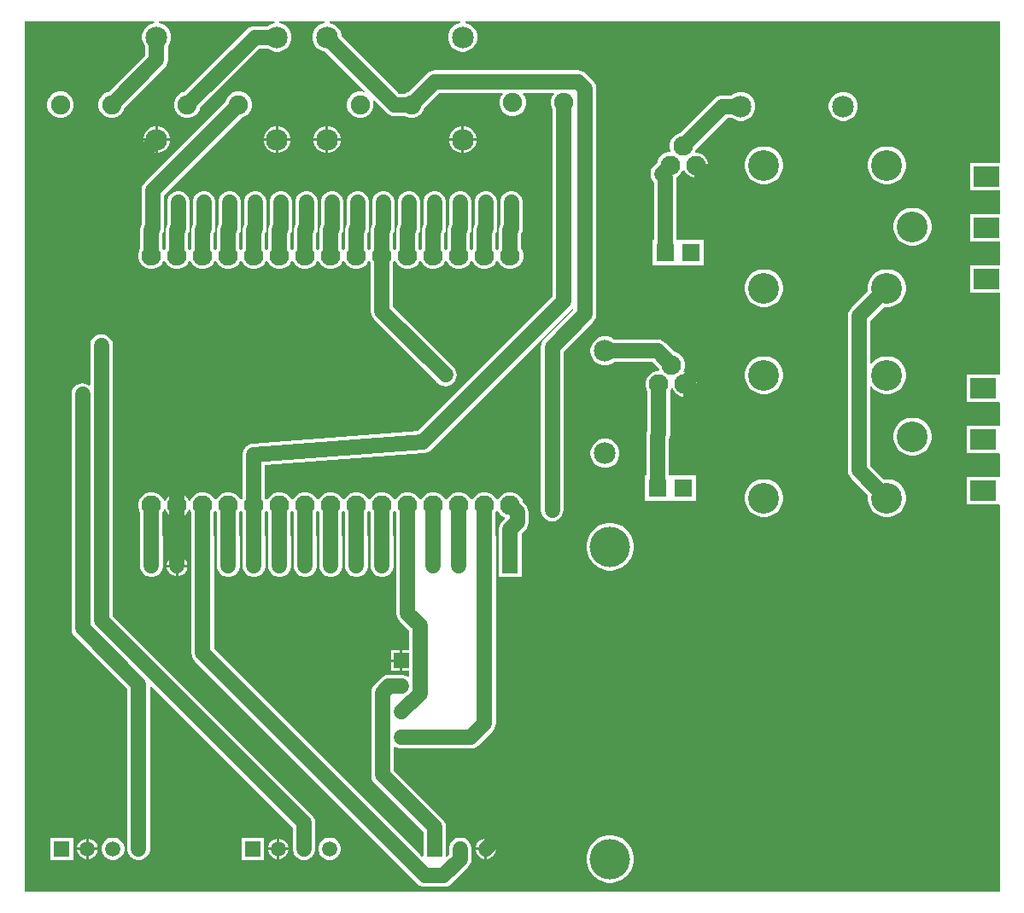
<source format=gtl>
G04*
G04 #@! TF.GenerationSoftware,Altium Limited,Altium Designer,23.6.0 (18)*
G04*
G04 Layer_Physical_Order=1*
G04 Layer_Color=255*
%FSTAX25Y25*%
%MOIN*%
G70*
G04*
G04 #@! TF.SameCoordinates,9BEE5B86-6B9F-4FCF-B317-2D1E74663753*
G04*
G04*
G04 #@! TF.FilePolarity,Positive*
G04*
G01*
G75*
%ADD25C,0.05906*%
%ADD26C,0.15748*%
%ADD27C,0.07500*%
%ADD28C,0.08500*%
%ADD29C,0.07600*%
%ADD30C,0.05984*%
%ADD31R,0.05984X0.05984*%
%ADD32R,0.09843X0.07874*%
%ADD33C,0.12000*%
%ADD34R,0.07087X0.07087*%
%ADD35R,0.05984X0.05984*%
%ADD36C,0.05000*%
G36*
X0432105Y0378785D02*
X0420681D01*
Y0368115D01*
X0432105D01*
Y0358835D01*
X0420681D01*
Y0348165D01*
X0432105D01*
Y0338835D01*
X0420681D01*
Y0328165D01*
X0432105D01*
Y0296666D01*
X0431819Y0296285D01*
X0431605Y0296285D01*
X0419181D01*
Y0285615D01*
X0431605D01*
X0431819Y0285615D01*
X0432105Y0285234D01*
Y0276716D01*
X0431819Y0276335D01*
X0431605Y0276335D01*
X0419181D01*
Y0265665D01*
X0431605D01*
X0431819Y0265665D01*
X0432105Y0265284D01*
Y0256716D01*
X0431819Y0256335D01*
X0431605Y0256335D01*
X0419181D01*
Y0245665D01*
X0431605D01*
X0431819Y0245665D01*
X0432105Y0245284D01*
Y0094395D01*
X0051395D01*
Y0434105D01*
X0102032D01*
X0102098Y0433605D01*
X0100821Y0433263D01*
X0099533Y0432519D01*
X0098482Y0431468D01*
X0097738Y043018D01*
X0097353Y0428744D01*
Y0427256D01*
X0097738Y042582D01*
X0098482Y0424532D01*
X0098613Y0424401D01*
Y0420943D01*
X0084303Y0406633D01*
X0083513Y0406421D01*
X0082339Y0405744D01*
X0081381Y0404785D01*
X0080703Y0403611D01*
X0080352Y0402302D01*
Y0400947D01*
X0080703Y0399638D01*
X0081381Y0398464D01*
X0082339Y0397505D01*
X0083513Y0396828D01*
X0084822Y0396477D01*
X0086178D01*
X0087487Y0396828D01*
X0088661Y0397505D01*
X0089619Y0398464D01*
X0090297Y0399638D01*
X0090509Y0400427D01*
X0106104Y0416023D01*
X0106104Y0416023D01*
X0106801Y0416931D01*
X0107239Y041799D01*
X0107389Y0419125D01*
X0107389Y0419126D01*
Y0424401D01*
X010752Y0424532D01*
X0108264Y042582D01*
X0108649Y0427256D01*
Y0428744D01*
X0108264Y043018D01*
X010752Y0431468D01*
X0106469Y0432519D01*
X0105181Y0433263D01*
X0103904Y0433605D01*
X010397Y0434105D01*
X0149031D01*
X0149097Y0433605D01*
X014782Y0433263D01*
X0146532Y0432519D01*
X0146401Y0432388D01*
X0141376D01*
X0141376Y0432388D01*
X014024Y0432238D01*
X0139182Y04318D01*
X0138273Y0431103D01*
X0138273Y0431103D01*
X0113803Y0406633D01*
X0113013Y0406421D01*
X0111839Y0405744D01*
X0110881Y0404785D01*
X0110203Y0403611D01*
X0109852Y0402302D01*
Y0400947D01*
X0110203Y0399638D01*
X0110881Y0398464D01*
X0111839Y0397505D01*
X0113013Y0396828D01*
X0114322Y0396477D01*
X0115678D01*
X0116987Y0396828D01*
X0118161Y0397505D01*
X0119119Y0398464D01*
X0119797Y0399638D01*
X0120009Y0400427D01*
X0143193Y0423612D01*
X0146401D01*
X0146532Y0423481D01*
X014782Y0422737D01*
X0149257Y0422352D01*
X0150743D01*
X015218Y0422737D01*
X0153468Y0423481D01*
X0154519Y0424532D01*
X0155263Y042582D01*
X0155648Y0427256D01*
Y0428744D01*
X0155263Y043018D01*
X0154519Y0431468D01*
X0153468Y0432519D01*
X015218Y0433263D01*
X0150903Y0433605D01*
X0150969Y0434105D01*
X0168532D01*
X0168598Y0433605D01*
X0167321Y0433263D01*
X0166033Y0432519D01*
X0164982Y0431468D01*
X0164238Y043018D01*
X0163853Y0428744D01*
Y0427256D01*
X0164238Y042582D01*
X0164982Y0424532D01*
X0166033Y0423481D01*
X0167321Y0422737D01*
X0168757Y0422352D01*
X0168943D01*
X0184309Y0406987D01*
X018405Y0406538D01*
X0183178Y0406772D01*
X0181822D01*
X0180513Y0406421D01*
X0179339Y0405744D01*
X0178381Y0404785D01*
X0177703Y0403611D01*
X0177352Y0402302D01*
Y0400947D01*
X0177703Y0399638D01*
X0178381Y0398464D01*
X0179339Y0397505D01*
X0180513Y0396828D01*
X0181822Y0396477D01*
X0183178D01*
X0184487Y0396828D01*
X0185661Y0397505D01*
X0186619Y0398464D01*
X0187297Y0399638D01*
X0187648Y0400947D01*
Y0402302D01*
X0187414Y0403174D01*
X0187862Y0403433D01*
X0192774Y0398522D01*
X0192774Y0398522D01*
X0193683Y0397824D01*
X0194741Y0397386D01*
X0195877Y0397236D01*
X0195877Y0397236D01*
X0199805D01*
X0200513Y0396828D01*
X0201822Y0396477D01*
X0203178D01*
X0204487Y0396828D01*
X0205661Y0397505D01*
X0206619Y0398464D01*
X0207297Y0399638D01*
X0207508Y0400427D01*
X0213393Y0406312D01*
X0237879D01*
X023807Y040585D01*
X0237881Y0405661D01*
X0237203Y0404487D01*
X0236852Y0403178D01*
Y0401822D01*
X0237203Y0400513D01*
X0237881Y0399339D01*
X0238839Y0398381D01*
X0240013Y0397703D01*
X0241322Y0397352D01*
X0242678D01*
X0243987Y0397703D01*
X0245161Y0398381D01*
X0246119Y0399339D01*
X0246797Y0400513D01*
X0247148Y0401822D01*
Y0403178D01*
X0246797Y0404487D01*
X0246119Y0405661D01*
X024593Y040585D01*
X0246121Y0406312D01*
X0257879D01*
X025807Y040585D01*
X0257881Y0405661D01*
X0257203Y0404487D01*
X0256852Y0403178D01*
Y0401822D01*
X0257203Y0400513D01*
X0257612Y0399805D01*
Y0326817D01*
X0205047Y0274253D01*
X0140629Y0269375D01*
X014023Y0269292D01*
X0139825Y0269238D01*
X0139671Y0269175D01*
X0139508Y0269141D01*
X0139144Y0268956D01*
X0138767Y02688D01*
X0138635Y0268699D01*
X0138486Y0268624D01*
X0138182Y0268351D01*
X0137858Y0268103D01*
X0137757Y0267971D01*
X0137633Y026786D01*
X0137409Y0267518D01*
X0137161Y0267194D01*
X0137097Y026704D01*
X0137006Y0266901D01*
X0136878Y0266513D01*
X0136722Y0266136D01*
X01367Y0265971D01*
X0136649Y0265812D01*
X0136626Y0265405D01*
X0136573Y0265D01*
Y0247988D01*
X0136242Y0247415D01*
X013568D01*
X013512Y0248384D01*
X0134152Y0249352D01*
X0132967Y0250036D01*
X0131645Y0250391D01*
X0130276D01*
X0128954Y0250036D01*
X0127769Y0249352D01*
X0126801Y0248384D01*
X0126242Y0247415D01*
X012568D01*
X012512Y0248384D01*
X0124152Y0249352D01*
X0122967Y0250036D01*
X0121645Y0250391D01*
X0120276D01*
X0118954Y0250036D01*
X0117769Y0249352D01*
X0116801Y0248384D01*
X0116117Y0247199D01*
X0116014Y0246813D01*
X0115496D01*
X0115434Y0247046D01*
X0114802Y024814D01*
X0113908Y0249034D01*
X0112813Y0249666D01*
X0111592Y0249993D01*
X0111461D01*
Y0245193D01*
Y0240393D01*
X0111592D01*
X0112813Y024072D01*
X0113908Y0241352D01*
X0114802Y0242246D01*
X0115434Y024334D01*
X0115496Y0243573D01*
X0116014D01*
X0116117Y0243187D01*
X0116573Y0242398D01*
Y023334D01*
X0116573Y0233339D01*
X0116612Y023304D01*
Y0222085D01*
X011661Y0222078D01*
Y0220922D01*
X0116612Y0220915D01*
Y01874D01*
X0116612Y01874D01*
X0116762Y0186264D01*
X01172Y0185206D01*
X0117897Y0184297D01*
X0204797Y0097397D01*
X0204797Y0097397D01*
X0205706Y00967D01*
X0206764Y0096262D01*
X02079Y0096112D01*
X02079Y0096112D01*
X0215D01*
X0215Y0096112D01*
X0216136Y0096262D01*
X0217194Y00967D01*
X0218103Y0097397D01*
X0224603Y0103897D01*
X0224603Y0103897D01*
X02253Y0104806D01*
X0225738Y0105864D01*
X0225888Y0107D01*
X0225888Y0107D01*
Y0110415D01*
X022589Y0110422D01*
Y0111578D01*
X0225591Y0112694D01*
X0225013Y0113695D01*
X0224195Y0114513D01*
X0223194Y0115091D01*
X0222078Y011539D01*
X0220922D01*
X0219806Y0115091D01*
X0218805Y0114513D01*
X0217987Y0113695D01*
X0217409Y0112694D01*
X021711Y0111578D01*
Y0110422D01*
X0217112Y0110415D01*
Y0108818D01*
X0216352Y0108057D01*
X021589Y0108248D01*
Y011539D01*
X0215888D01*
Y0119417D01*
X0215888Y0119417D01*
X0215738Y0120553D01*
X02153Y0121611D01*
X0214603Y012252D01*
X0214603Y012252D01*
X0195488Y0141635D01*
Y0150641D01*
X0195988Y0150882D01*
X0196806Y0150409D01*
X0197922Y015011D01*
X0199078D01*
X0199085Y0150112D01*
X02255D01*
X02255Y0150112D01*
X0226636Y0150262D01*
X0227694Y01507D01*
X0228603Y0151397D01*
X0234103Y0156897D01*
X0234103Y0156897D01*
X02348Y0157806D01*
X0235238Y0158864D01*
X0235388Y016D01*
Y0220915D01*
X023539Y0220922D01*
Y0222078D01*
X0235388Y0222085D01*
Y02333D01*
X0235388Y02333D01*
X0235349Y0233599D01*
Y0242398D01*
X023568Y0242971D01*
X0236242D01*
X0236802Y0242002D01*
X0237769Y0241034D01*
X0238783Y0240449D01*
X0238928Y0239887D01*
X0237897Y0238856D01*
X02372Y0237948D01*
X0236762Y0236889D01*
X0236612Y0235754D01*
X0236612Y0235753D01*
Y022589D01*
X023661D01*
Y021711D01*
X024539D01*
Y022589D01*
X0245388D01*
Y0233936D01*
X0246853Y0235401D01*
X0246853Y0235401D01*
X024755Y023631D01*
X0247988Y0237368D01*
X0248138Y0238504D01*
X0248138Y0238504D01*
Y0242404D01*
X0248138Y0242404D01*
X0247988Y0243539D01*
X024755Y0244598D01*
X0246853Y0245506D01*
X0246853Y0245506D01*
X024604Y0246319D01*
X0245804Y0247199D01*
X024512Y0248384D01*
X0244152Y0249352D01*
X0242967Y0250036D01*
X0241645Y0250391D01*
X0240276D01*
X0238954Y0250036D01*
X0237769Y0249352D01*
X0236802Y0248384D01*
X0236242Y0247415D01*
X023568D01*
X023512Y0248384D01*
X0234152Y0249352D01*
X0232967Y0250036D01*
X0231645Y0250391D01*
X0230276D01*
X0228954Y0250036D01*
X0227769Y0249352D01*
X0226801Y0248384D01*
X0226242Y0247415D01*
X022568D01*
X022512Y0248384D01*
X0224152Y0249352D01*
X0222967Y0250036D01*
X0221645Y0250391D01*
X0220276D01*
X0218954Y0250036D01*
X0217769Y0249352D01*
X0216802Y0248384D01*
X0216242Y0247415D01*
X021568D01*
X021512Y0248384D01*
X0214152Y0249352D01*
X0212967Y0250036D01*
X0211645Y0250391D01*
X0210276D01*
X0208954Y0250036D01*
X0207769Y0249352D01*
X0206802Y0248384D01*
X0206242Y0247415D01*
X020568D01*
X020512Y0248384D01*
X0204152Y0249352D01*
X0202967Y0250036D01*
X0201645Y0250391D01*
X0200276D01*
X0198954Y0250036D01*
X0197769Y0249352D01*
X0196801Y0248384D01*
X0196242Y0247415D01*
X019568D01*
X019512Y0248384D01*
X0194152Y0249352D01*
X0192967Y0250036D01*
X0191645Y0250391D01*
X0190276D01*
X0188954Y0250036D01*
X0187769Y0249352D01*
X0186801Y0248384D01*
X0186242Y0247415D01*
X018568D01*
X018512Y0248384D01*
X0184152Y0249352D01*
X0182967Y0250036D01*
X0181645Y0250391D01*
X0180276D01*
X0178954Y0250036D01*
X0177769Y0249352D01*
X0176801Y0248384D01*
X0176242Y0247415D01*
X017568D01*
X017512Y0248384D01*
X0174152Y0249352D01*
X0172967Y0250036D01*
X0171645Y0250391D01*
X0170276D01*
X0168954Y0250036D01*
X0167769Y0249352D01*
X0166801Y0248384D01*
X0166242Y0247415D01*
X016568D01*
X016512Y0248384D01*
X0164152Y0249352D01*
X0162967Y0250036D01*
X0161645Y0250391D01*
X0160276D01*
X0158954Y0250036D01*
X0157769Y0249352D01*
X0156801Y0248384D01*
X0156242Y0247415D01*
X015568D01*
X015512Y0248384D01*
X0154152Y0249352D01*
X0152967Y0250036D01*
X0151645Y0250391D01*
X0150276D01*
X0148954Y0250036D01*
X0147769Y0249352D01*
X0146801Y0248384D01*
X0146242Y0247415D01*
X014568D01*
X0145349Y0247988D01*
Y0260932D01*
X0207331Y0265625D01*
X0207731Y0265708D01*
X0208136Y0265762D01*
X020829Y0265825D01*
X0208452Y0265859D01*
X0208817Y0266044D01*
X0209194Y02662D01*
X0209326Y0266301D01*
X0209475Y0266376D01*
X0209779Y0266649D01*
X0210103Y0266897D01*
X0265103Y0321897D01*
X0265103Y0321897D01*
X0265162Y0321975D01*
X0265686Y0321836D01*
X0265726Y0321532D01*
X0254297Y0310103D01*
X02536Y0309194D01*
X0253162Y0308136D01*
X0253012Y0307D01*
X0253012Y0307D01*
Y02433D01*
X0253162Y0242164D01*
X02536Y0241106D01*
X0254297Y0240197D01*
X0255206Y02395D01*
X0256264Y0239062D01*
X02574Y0238912D01*
X0258536Y0239062D01*
X0259594Y02395D01*
X0260503Y0240197D01*
X02612Y0241106D01*
X0261638Y0242164D01*
X0261788Y02433D01*
Y0305183D01*
X0273303Y0316697D01*
X0273303Y0316697D01*
X0274Y0317606D01*
X0274438Y0318664D01*
X0274588Y03198D01*
Y0408D01*
X0274588Y0408D01*
X0274438Y0409136D01*
X0274Y0410194D01*
X0273303Y0411103D01*
X0273303Y0411103D01*
X0270603Y0413803D01*
X0269694Y04145D01*
X0268636Y0414938D01*
X02675Y0415088D01*
X02675Y0415088D01*
X0211576D01*
X0211576Y0415088D01*
X021044Y0414938D01*
X0209382Y04145D01*
X0208473Y0413803D01*
X0208473Y0413803D01*
X0201303Y0406633D01*
X0200513Y0406421D01*
X0199805Y0406012D01*
X0197694D01*
X0175149Y0428558D01*
Y0428744D01*
X0174764Y043018D01*
X017402Y0431468D01*
X0172969Y0432519D01*
X0171681Y0433263D01*
X0170404Y0433605D01*
X017047Y0434105D01*
X0221531D01*
X0221597Y0433605D01*
X022032Y0433263D01*
X0219032Y0432519D01*
X0217981Y0431468D01*
X0217237Y043018D01*
X0216852Y0428744D01*
Y0427256D01*
X0217237Y042582D01*
X0217981Y0424532D01*
X0219032Y0423481D01*
X022032Y0422737D01*
X0221757Y0422352D01*
X0223243D01*
X022468Y0422737D01*
X0225968Y0423481D01*
X0227019Y0424532D01*
X0227763Y042582D01*
X0228148Y0427256D01*
Y0428744D01*
X0227763Y043018D01*
X0227019Y0431468D01*
X0225968Y0432519D01*
X022468Y0433263D01*
X0223403Y0433605D01*
X0223469Y0434105D01*
X0432105D01*
Y0378785D01*
D02*
G37*
G36*
X0186573Y0242398D02*
Y023334D01*
X0186573Y0233339D01*
X0186612Y023304D01*
Y0222085D01*
X018661Y0222078D01*
Y0220922D01*
X0186909Y0219806D01*
X0187487Y0218805D01*
X0188305Y0217987D01*
X0189306Y0217409D01*
X0190422Y021711D01*
X0191578D01*
X0192694Y0217409D01*
X0193695Y0217987D01*
X0194513Y0218805D01*
X0195091Y0219806D01*
X019539Y0220922D01*
Y0222078D01*
X0195388Y0222085D01*
Y02333D01*
X0195388Y02333D01*
X0195349Y0233599D01*
Y0242398D01*
X019568Y0242971D01*
X0196242D01*
X0196573Y0242398D01*
Y023334D01*
X0196573Y0233339D01*
X0196612Y023304D01*
Y0222085D01*
X019661Y0222078D01*
Y0220922D01*
X0196612Y0220915D01*
Y0203D01*
X0196612Y0203D01*
X0196762Y0201864D01*
X01972Y0200806D01*
X0197897Y0199897D01*
X0201512Y0196282D01*
Y0188492D01*
X0199D01*
Y01845D01*
Y0180508D01*
X0201512D01*
Y0178359D01*
X0201012Y0178119D01*
X0200194Y0178591D01*
X0199078Y017889D01*
X0197922D01*
X0197915Y0178888D01*
X01937D01*
X01937Y0178888D01*
X0192564Y0178738D01*
X0191506Y01783D01*
X0190597Y0177603D01*
X0190597Y0177603D01*
X0187997Y0175003D01*
X01873Y0174094D01*
X0186862Y0173036D01*
X0186712Y01719D01*
X0186712Y01719D01*
Y0139817D01*
X0186712Y0139817D01*
X0186862Y0138681D01*
X01873Y0137623D01*
X0187997Y0136714D01*
X0207112Y0117599D01*
Y011539D01*
X020711D01*
Y0108149D01*
X0206648Y0107957D01*
X0125388Y0189218D01*
Y0220915D01*
X012539Y0220922D01*
Y0222078D01*
X0125388Y0222085D01*
Y02333D01*
X0125388Y02333D01*
X0125348Y0233599D01*
Y0242398D01*
X012568Y0242971D01*
X0126242D01*
X0126573Y0242398D01*
Y023334D01*
X0126573Y0233339D01*
X0126612Y023304D01*
Y0222085D01*
X012661Y0222078D01*
Y0220922D01*
X0126909Y0219806D01*
X0127487Y0218805D01*
X0128305Y0217987D01*
X0129306Y0217409D01*
X0130422Y021711D01*
X0131578D01*
X0132694Y0217409D01*
X0133695Y0217987D01*
X0134513Y0218805D01*
X0135091Y0219806D01*
X013539Y0220922D01*
Y0222078D01*
X0135388Y0222085D01*
Y02333D01*
X0135388Y02333D01*
X0135348Y0233599D01*
Y0242398D01*
X013568Y0242971D01*
X0136242D01*
X0136573Y0242398D01*
Y023334D01*
X0136573Y0233339D01*
X0136612Y023304D01*
Y0222085D01*
X013661Y0222078D01*
Y0220922D01*
X0136909Y0219806D01*
X0137487Y0218805D01*
X0138305Y0217987D01*
X0139306Y0217409D01*
X0140422Y021711D01*
X0141578D01*
X0142694Y0217409D01*
X0143695Y0217987D01*
X0144513Y0218805D01*
X0145091Y0219806D01*
X014539Y0220922D01*
Y0222078D01*
X0145388Y0222085D01*
Y02333D01*
X0145388Y02333D01*
X0145349Y0233599D01*
Y0242398D01*
X014568Y0242971D01*
X0146242D01*
X0146573Y0242398D01*
Y023334D01*
X0146573Y0233339D01*
X0146612Y023304D01*
Y0222085D01*
X014661Y0222078D01*
Y0220922D01*
X0146909Y0219806D01*
X0147487Y0218805D01*
X0148305Y0217987D01*
X0149306Y0217409D01*
X0150422Y021711D01*
X0151578D01*
X0152694Y0217409D01*
X0153695Y0217987D01*
X0154513Y0218805D01*
X0155091Y0219806D01*
X015539Y0220922D01*
Y0222078D01*
X0155388Y0222085D01*
Y02333D01*
X0155388Y02333D01*
X0155349Y0233599D01*
Y0242398D01*
X015568Y0242971D01*
X0156242D01*
X0156573Y0242398D01*
Y023334D01*
X0156573Y0233339D01*
X0156612Y023304D01*
Y0222085D01*
X015661Y0222078D01*
Y0220922D01*
X0156909Y0219806D01*
X0157487Y0218805D01*
X0158305Y0217987D01*
X0159306Y0217409D01*
X0160422Y021711D01*
X0161578D01*
X0162694Y0217409D01*
X0163695Y0217987D01*
X0164513Y0218805D01*
X0165091Y0219806D01*
X016539Y0220922D01*
Y0222078D01*
X0165388Y0222085D01*
Y02333D01*
X0165388Y02333D01*
X0165348Y0233599D01*
Y0242398D01*
X016568Y0242971D01*
X0166242D01*
X0166573Y0242398D01*
Y023334D01*
X0166573Y0233339D01*
X0166612Y023304D01*
Y0222085D01*
X016661Y0222078D01*
Y0220922D01*
X0166909Y0219806D01*
X0167487Y0218805D01*
X0168305Y0217987D01*
X0169306Y0217409D01*
X0170422Y021711D01*
X0171578D01*
X0172694Y0217409D01*
X0173695Y0217987D01*
X0174513Y0218805D01*
X0175091Y0219806D01*
X017539Y0220922D01*
Y0222078D01*
X0175388Y0222085D01*
Y02333D01*
X0175388Y02333D01*
X0175348Y0233599D01*
Y0242398D01*
X017568Y0242971D01*
X0176242D01*
X0176573Y0242398D01*
Y023334D01*
X0176573Y0233339D01*
X0176612Y023304D01*
Y0222085D01*
X017661Y0222078D01*
Y0220922D01*
X0176909Y0219806D01*
X0177487Y0218805D01*
X0178305Y0217987D01*
X0179306Y0217409D01*
X0180422Y021711D01*
X0181578D01*
X0182694Y0217409D01*
X0183695Y0217987D01*
X0184513Y0218805D01*
X0185091Y0219806D01*
X018539Y0220922D01*
Y0222078D01*
X0185388Y0222085D01*
Y02333D01*
X0185388Y02333D01*
X0185348Y0233599D01*
Y0242398D01*
X018568Y0242971D01*
X0186242D01*
X0186573Y0242398D01*
D02*
G37*
%LPC*%
G36*
X0331744Y0406648D02*
X0330257D01*
X032882Y0406263D01*
X0327532Y0405519D01*
X0327401Y0405388D01*
X0324D01*
X0324Y0405388D01*
X0322864Y0405238D01*
X0321806Y04048D01*
X0320897Y0404103D01*
X0320897Y0404103D01*
X0307374Y0390579D01*
X0306494Y0390343D01*
X0305309Y0389659D01*
X0304341Y0388691D01*
X0303657Y0387506D01*
X0303302Y0386184D01*
Y0384816D01*
X0303602Y0383698D01*
X0303302Y0383198D01*
X0302816D01*
X0301494Y0382843D01*
X0300309Y0382159D01*
X0299341Y0381191D01*
X0298657Y0380006D01*
X0298421Y0379126D01*
X0296997Y0377703D01*
X02963Y0376794D01*
X0295862Y0375736D01*
X0295712Y03746D01*
X0295862Y0373464D01*
X02963Y0372406D01*
X0296997Y0371497D01*
X0297112Y0371382D01*
Y0348941D01*
X0296559D01*
Y0339059D01*
X0306059D01*
X0306441Y0339059D01*
X0306941Y0339059D01*
X0316441D01*
Y0348941D01*
X0306941D01*
X0306559Y0348941D01*
X0306241D01*
X0305888Y0349294D01*
Y03732D01*
X0305888Y03732D01*
X0305866Y0373364D01*
X0306691Y0373841D01*
X0307659Y0374809D01*
X0308343Y0375994D01*
X0308447Y037638D01*
X0308965D01*
X0309027Y0376147D01*
X0309659Y0375053D01*
X0310553Y0374159D01*
X0311647Y0373527D01*
X0312868Y03732D01*
X0313D01*
Y0378D01*
X03135D01*
Y03785D01*
X03183D01*
Y0378632D01*
X0317973Y0379853D01*
X0317341Y0380947D01*
X0316447Y0381841D01*
X0315353Y0382473D01*
X0314132Y03828D01*
X0313443D01*
X0313193Y0383233D01*
X0313343Y0383494D01*
X0313579Y0384374D01*
X0325817Y0396612D01*
X0327401D01*
X0327532Y0396481D01*
X032882Y0395737D01*
X0330257Y0395352D01*
X0331744D01*
X033318Y0395737D01*
X0334468Y0396481D01*
X0335519Y0397532D01*
X0336263Y039882D01*
X0336648Y0400256D01*
Y0401744D01*
X0336263Y040318D01*
X0335519Y0404468D01*
X0334468Y0405519D01*
X033318Y0406263D01*
X0331744Y0406648D01*
D02*
G37*
G36*
X0066178Y0406772D02*
X0064822D01*
X0063513Y0406421D01*
X0062339Y0405744D01*
X0061381Y0404785D01*
X0060703Y0403611D01*
X0060352Y0402302D01*
Y0400947D01*
X0060703Y0399638D01*
X0061381Y0398464D01*
X0062339Y0397505D01*
X0063513Y0396828D01*
X0064822Y0396477D01*
X0066178D01*
X0067487Y0396828D01*
X0068661Y0397505D01*
X0069619Y0398464D01*
X0070297Y0399638D01*
X0070648Y0400947D01*
Y0402302D01*
X0070297Y0403611D01*
X0069619Y0404785D01*
X0068661Y0405744D01*
X0067487Y0406421D01*
X0066178Y0406772D01*
D02*
G37*
G36*
X0371743Y0406648D02*
X0370256D01*
X036882Y0406263D01*
X0367532Y0405519D01*
X0366481Y0404468D01*
X0365737Y040318D01*
X0365352Y0401744D01*
Y0400256D01*
X0365737Y039882D01*
X0366481Y0397532D01*
X0367532Y0396481D01*
X036882Y0395737D01*
X0370256Y0395352D01*
X0371743D01*
X037318Y0395737D01*
X0374468Y0396481D01*
X0375519Y0397532D01*
X0376263Y039882D01*
X0376648Y0400256D01*
Y0401744D01*
X0376263Y040318D01*
X0375519Y0404468D01*
X0374468Y0405519D01*
X037318Y0406263D01*
X0371743Y0406648D01*
D02*
G37*
G36*
X0223191Y039325D02*
X0223D01*
Y03885D01*
X022775D01*
Y0388691D01*
X0227392Y0390026D01*
X0226701Y0391224D01*
X0225724Y0392201D01*
X0224526Y0392892D01*
X0223191Y039325D01*
D02*
G37*
G36*
X0170192D02*
X0170001D01*
Y03885D01*
X0174751D01*
Y0388691D01*
X0174393Y0390026D01*
X0173702Y0391224D01*
X0172725Y0392201D01*
X0171527Y0392892D01*
X0170192Y039325D01*
D02*
G37*
G36*
X0150691D02*
X01505D01*
Y03885D01*
X015525D01*
Y0388691D01*
X0154892Y0390026D01*
X0154201Y0391224D01*
X0153224Y0392201D01*
X0152026Y0392892D01*
X0150691Y039325D01*
D02*
G37*
G36*
X0103692D02*
X0103501D01*
Y03885D01*
X0108251D01*
Y0388691D01*
X0107893Y0390026D01*
X0107202Y0391224D01*
X0106225Y0392201D01*
X0105027Y0392892D01*
X0103692Y039325D01*
D02*
G37*
G36*
X0222D02*
X0221809D01*
X0220474Y0392892D01*
X0219276Y0392201D01*
X0218299Y0391224D01*
X0217608Y0390026D01*
X021725Y0388691D01*
Y03885D01*
X0222D01*
Y039325D01*
D02*
G37*
G36*
X0169001D02*
X016881D01*
X0167475Y0392892D01*
X0166277Y0392201D01*
X01653Y0391224D01*
X0164609Y0390026D01*
X0164251Y0388691D01*
Y03885D01*
X0169001D01*
Y039325D01*
D02*
G37*
G36*
X01495D02*
X0149309D01*
X0147974Y0392892D01*
X0146776Y0392201D01*
X0145799Y0391224D01*
X0145108Y0390026D01*
X014475Y0388691D01*
Y03885D01*
X01495D01*
Y039325D01*
D02*
G37*
G36*
X0102501D02*
X010231D01*
X0100975Y0392892D01*
X0099777Y0392201D01*
X00988Y0391224D01*
X0098109Y0390026D01*
X0097751Y0388691D01*
Y03885D01*
X0102501D01*
Y039325D01*
D02*
G37*
G36*
X022775Y03875D02*
X0223D01*
Y038275D01*
X0223191D01*
X0224526Y0383108D01*
X0225724Y0383799D01*
X0226701Y0384776D01*
X0227392Y0385974D01*
X022775Y0387309D01*
Y03875D01*
D02*
G37*
G36*
X0222D02*
X021725D01*
Y0387309D01*
X0217608Y0385974D01*
X0218299Y0384776D01*
X0219276Y0383799D01*
X0220474Y0383108D01*
X0221809Y038275D01*
X0222D01*
Y03875D01*
D02*
G37*
G36*
X0174751D02*
X0170001D01*
Y038275D01*
X0170192D01*
X0171527Y0383108D01*
X0172725Y0383799D01*
X0173702Y0384776D01*
X0174393Y0385974D01*
X0174751Y0387309D01*
Y03875D01*
D02*
G37*
G36*
X0169001D02*
X0164251D01*
Y0387309D01*
X0164609Y0385974D01*
X01653Y0384776D01*
X0166277Y0383799D01*
X0167475Y0383108D01*
X016881Y038275D01*
X0169001D01*
Y03875D01*
D02*
G37*
G36*
X015525D02*
X01505D01*
Y038275D01*
X0150691D01*
X0152026Y0383108D01*
X0153224Y0383799D01*
X0154201Y0384776D01*
X0154892Y0385974D01*
X015525Y0387309D01*
Y03875D01*
D02*
G37*
G36*
X01495D02*
X014475D01*
Y0387309D01*
X0145108Y0385974D01*
X0145799Y0384776D01*
X0146776Y0383799D01*
X0147974Y0383108D01*
X0149309Y038275D01*
X01495D01*
Y03875D01*
D02*
G37*
G36*
X0108251D02*
X0103501D01*
Y038275D01*
X0103692D01*
X0105027Y0383108D01*
X0106225Y0383799D01*
X0107202Y0384776D01*
X0107893Y0385974D01*
X0108251Y0387309D01*
Y03875D01*
D02*
G37*
G36*
X0102501D02*
X0097751D01*
Y0387309D01*
X0098109Y0385974D01*
X00988Y0384776D01*
X0099777Y0383799D01*
X0100975Y0383108D01*
X010231Y038275D01*
X0102501D01*
Y03875D01*
D02*
G37*
G36*
X03183Y03775D02*
X0314D01*
Y03732D01*
X0314132D01*
X0315353Y0373527D01*
X0316447Y0374159D01*
X0317341Y0375053D01*
X0317973Y0376147D01*
X03183Y0377368D01*
Y03775D01*
D02*
G37*
G36*
X0388729Y0385398D02*
X0387271D01*
X0385842Y0385113D01*
X0384496Y0384556D01*
X0383284Y0383746D01*
X0382254Y0382716D01*
X0381444Y0381504D01*
X0380887Y0380158D01*
X0380602Y0378729D01*
Y0377271D01*
X0380887Y0375842D01*
X0381444Y0374496D01*
X0382254Y0373284D01*
X0383284Y0372254D01*
X0384496Y0371444D01*
X0385842Y0370887D01*
X0387271Y0370602D01*
X0388729D01*
X0390158Y0370887D01*
X0391504Y0371444D01*
X0392716Y0372254D01*
X0393746Y0373284D01*
X0394556Y0374496D01*
X0395113Y0375842D01*
X0395398Y0377271D01*
Y0378729D01*
X0395113Y0380158D01*
X0394556Y0381504D01*
X0393746Y0382716D01*
X0392716Y0383746D01*
X0391504Y0384556D01*
X0390158Y0385113D01*
X0388729Y0385398D01*
D02*
G37*
G36*
X0340729D02*
X0339271D01*
X0337842Y0385113D01*
X0336496Y0384556D01*
X0335284Y0383746D01*
X0334254Y0382716D01*
X0333444Y0381504D01*
X0332887Y0380158D01*
X0332602Y0378729D01*
Y0377271D01*
X0332887Y0375842D01*
X0333444Y0374496D01*
X0334254Y0373284D01*
X0335284Y0372254D01*
X0336496Y0371444D01*
X0337842Y0370887D01*
X0339271Y0370602D01*
X0340729D01*
X0342158Y0370887D01*
X0343504Y0371444D01*
X0344716Y0372254D01*
X0345746Y0373284D01*
X0346556Y0374496D01*
X0347113Y0375842D01*
X0347398Y0377271D01*
Y0378729D01*
X0347113Y0380158D01*
X0346556Y0381504D01*
X0345746Y0382716D01*
X0344716Y0383746D01*
X0343504Y0384556D01*
X0342158Y0385113D01*
X0340729Y0385398D01*
D02*
G37*
G36*
X0398729Y0361398D02*
X0397271D01*
X0395842Y0361113D01*
X0394496Y0360556D01*
X0393284Y0359746D01*
X0392254Y0358716D01*
X0391444Y0357504D01*
X0390887Y0356158D01*
X0390602Y0354729D01*
Y0353271D01*
X0390887Y0351842D01*
X0391444Y0350496D01*
X0392254Y0349284D01*
X0393284Y0348254D01*
X0394496Y0347444D01*
X0395842Y0346887D01*
X0397271Y0346602D01*
X0398729D01*
X0400158Y0346887D01*
X0401504Y0347444D01*
X0402716Y0348254D01*
X0403746Y0349284D01*
X0404556Y0350496D01*
X0405113Y0351842D01*
X0405398Y0353271D01*
Y0354729D01*
X0405113Y0356158D01*
X0404556Y0357504D01*
X0403746Y0358716D01*
X0402716Y0359746D01*
X0401504Y0360556D01*
X0400158Y0361113D01*
X0398729Y0361398D01*
D02*
G37*
G36*
X0135678Y0406772D02*
X0134322D01*
X0133013Y0406421D01*
X0131839Y0405744D01*
X0130881Y0404785D01*
X0130203Y0403611D01*
X0129991Y0402821D01*
X0098397Y0371227D01*
X00977Y0370318D01*
X0097262Y036926D01*
X0097146Y0368384D01*
X0097145Y0368375D01*
X0097145Y0368375D01*
X0097112Y0368124D01*
X009711Y036789D01*
X009711D01*
Y035911D01*
X0097112D01*
Y0354877D01*
X0096722Y0353936D01*
X0096573Y03528D01*
X0096573Y03528D01*
Y0345508D01*
X0096117Y0344719D01*
X0095763Y0343397D01*
Y0342028D01*
X0096117Y0340706D01*
X0096801Y0339521D01*
X0097769Y0338554D01*
X0098954Y0337869D01*
X0100276Y0337515D01*
X0101645D01*
X0102967Y0337869D01*
X0104152Y0338554D01*
X010512Y0339521D01*
X010568Y0340491D01*
X0106242D01*
X0106801Y0339521D01*
X0107769Y0338554D01*
X0108954Y0337869D01*
X0110276Y0337515D01*
X0111645D01*
X0112967Y0337869D01*
X0114152Y0338554D01*
X011512Y0339521D01*
X011568Y0340491D01*
X0116242D01*
X0116801Y0339521D01*
X0117769Y0338554D01*
X0118954Y0337869D01*
X0120276Y0337515D01*
X0121645D01*
X0122967Y0337869D01*
X0124152Y0338554D01*
X012512Y0339521D01*
X012568Y0340491D01*
X0126242D01*
X0126801Y0339521D01*
X0127769Y0338554D01*
X0128954Y0337869D01*
X0130276Y0337515D01*
X0131645D01*
X0132967Y0337869D01*
X0134152Y0338554D01*
X013512Y0339521D01*
X013568Y0340491D01*
X0136242D01*
X0136801Y0339521D01*
X0137769Y0338554D01*
X0138954Y0337869D01*
X0140276Y0337515D01*
X0141645D01*
X0142967Y0337869D01*
X0144152Y0338554D01*
X014512Y0339521D01*
X014568Y0340491D01*
X0146242D01*
X0146801Y0339521D01*
X0147769Y0338554D01*
X0148954Y0337869D01*
X0150276Y0337515D01*
X0151645D01*
X0152967Y0337869D01*
X0154152Y0338554D01*
X015512Y0339521D01*
X015568Y0340491D01*
X0156242D01*
X0156801Y0339521D01*
X0157769Y0338554D01*
X0158954Y0337869D01*
X0160276Y0337515D01*
X0161645D01*
X0162967Y0337869D01*
X0164152Y0338554D01*
X016512Y0339521D01*
X016568Y0340491D01*
X0166242D01*
X0166801Y0339521D01*
X0167769Y0338554D01*
X0168954Y0337869D01*
X0170276Y0337515D01*
X0171645D01*
X0172967Y0337869D01*
X0174152Y0338554D01*
X017512Y0339521D01*
X017568Y0340491D01*
X0176242D01*
X0176801Y0339521D01*
X0177769Y0338554D01*
X0178954Y0337869D01*
X0180276Y0337515D01*
X0181645D01*
X0182967Y0337869D01*
X0184152Y0338554D01*
X018512Y0339521D01*
X018568Y0340491D01*
X0186242D01*
X0186573Y0339917D01*
Y0320939D01*
X0186573Y0320939D01*
X0186722Y0319804D01*
X0187161Y0318745D01*
X0187858Y0317837D01*
X0212697Y0292997D01*
X0213606Y02923D01*
X0214664Y0291862D01*
X02158Y0291712D01*
X0216936Y0291862D01*
X0217994Y02923D01*
X0218903Y0292997D01*
X02196Y0293906D01*
X0220038Y0294964D01*
X0220188Y02961D01*
X0220038Y0297236D01*
X02196Y0298294D01*
X0218903Y0299203D01*
X0195349Y0322757D01*
Y0339917D01*
X019568Y0340491D01*
X0196242D01*
X0196801Y0339521D01*
X0197769Y0338554D01*
X0198954Y0337869D01*
X0200276Y0337515D01*
X0201645D01*
X0202967Y0337869D01*
X0204152Y0338554D01*
X020512Y0339521D01*
X020568Y0340491D01*
X0206242D01*
X0206802Y0339521D01*
X0207769Y0338554D01*
X0208954Y0337869D01*
X0210276Y0337515D01*
X0211645D01*
X0212967Y0337869D01*
X0214152Y0338554D01*
X021512Y0339521D01*
X021568Y0340491D01*
X0216242D01*
X0216802Y0339521D01*
X0217769Y0338554D01*
X0218954Y0337869D01*
X0220276Y0337515D01*
X0221645D01*
X0222967Y0337869D01*
X0224152Y0338554D01*
X022512Y0339521D01*
X022568Y0340491D01*
X0226242D01*
X0226801Y0339521D01*
X0227769Y0338554D01*
X0228954Y0337869D01*
X0230276Y0337515D01*
X0231645D01*
X0232967Y0337869D01*
X0234152Y0338554D01*
X023512Y0339521D01*
X023568Y0340491D01*
X0236242D01*
X0236802Y0339521D01*
X0237769Y0338554D01*
X0238954Y0337869D01*
X0240276Y0337515D01*
X0241645D01*
X0242967Y0337869D01*
X0244152Y0338554D01*
X024512Y0339521D01*
X0245804Y0340706D01*
X0246158Y0342028D01*
Y0343397D01*
X0245804Y0344719D01*
X0245349Y0345508D01*
Y0351262D01*
X0245738Y0352204D01*
X0245888Y0353339D01*
X0245888Y035334D01*
Y0362915D01*
X024589Y0362922D01*
Y0364078D01*
X0245591Y0365194D01*
X0245013Y0366195D01*
X0244195Y0367013D01*
X0243194Y0367591D01*
X0242078Y036789D01*
X0240922D01*
X0239806Y0367591D01*
X0238805Y0367013D01*
X0237987Y0366195D01*
X0237409Y0365194D01*
X023711Y0364078D01*
Y0362922D01*
X0237112Y0362915D01*
Y0354877D01*
X0236722Y0353936D01*
X0236573Y03528D01*
X0236573Y03528D01*
Y0345508D01*
X0236242Y0344934D01*
X023568D01*
X0235349Y0345508D01*
Y0351262D01*
X0235738Y0352204D01*
X0235888Y0353339D01*
X0235888Y035334D01*
Y0362915D01*
X023589Y0362922D01*
Y0364078D01*
X0235591Y0365194D01*
X0235013Y0366195D01*
X0234195Y0367013D01*
X0233194Y0367591D01*
X0232078Y036789D01*
X0230922D01*
X0229806Y0367591D01*
X0228805Y0367013D01*
X0227987Y0366195D01*
X0227409Y0365194D01*
X022711Y0364078D01*
Y0362922D01*
X0227112Y0362915D01*
Y0354877D01*
X0226722Y0353936D01*
X0226573Y03528D01*
X0226573Y03528D01*
Y0345508D01*
X0226242Y0344934D01*
X022568D01*
X0225348Y0345508D01*
Y0351262D01*
X0225738Y0352204D01*
X0225888Y0353339D01*
X0225888Y035334D01*
Y0362915D01*
X022589Y0362922D01*
Y0364078D01*
X0225591Y0365194D01*
X0225013Y0366195D01*
X0224195Y0367013D01*
X0223194Y0367591D01*
X0222078Y036789D01*
X0220922D01*
X0219806Y0367591D01*
X0218805Y0367013D01*
X0217987Y0366195D01*
X0217409Y0365194D01*
X021711Y0364078D01*
Y0362922D01*
X0217112Y0362915D01*
Y0354877D01*
X0216722Y0353936D01*
X0216573Y03528D01*
X0216573Y03528D01*
Y0345508D01*
X0216242Y0344934D01*
X021568D01*
X0215349Y0345508D01*
Y0351262D01*
X0215738Y0352204D01*
X0215888Y0353339D01*
X0215888Y035334D01*
Y0362915D01*
X021589Y0362922D01*
Y0364078D01*
X0215591Y0365194D01*
X0215013Y0366195D01*
X0214195Y0367013D01*
X0213194Y0367591D01*
X0212078Y036789D01*
X0210922D01*
X0209806Y0367591D01*
X0208805Y0367013D01*
X0207987Y0366195D01*
X0207409Y0365194D01*
X020711Y0364078D01*
Y0362922D01*
X0207112Y0362915D01*
Y0354877D01*
X0206722Y0353936D01*
X0206573Y03528D01*
X0206573Y03528D01*
Y0345508D01*
X0206242Y0344934D01*
X020568D01*
X0205348Y0345508D01*
Y0351262D01*
X0205738Y0352204D01*
X0205888Y0353339D01*
X0205888Y035334D01*
Y0362915D01*
X020589Y0362922D01*
Y0364078D01*
X0205591Y0365194D01*
X0205013Y0366195D01*
X0204195Y0367013D01*
X0203194Y0367591D01*
X0202078Y036789D01*
X0200922D01*
X0199806Y0367591D01*
X0198805Y0367013D01*
X0197987Y0366195D01*
X0197409Y0365194D01*
X019711Y0364078D01*
Y0362922D01*
X0197112Y0362915D01*
Y0354877D01*
X0196722Y0353936D01*
X0196573Y03528D01*
X0196573Y03528D01*
Y0345508D01*
X0196242Y0344934D01*
X019568D01*
X0195349Y0345508D01*
Y0351262D01*
X0195738Y0352204D01*
X0195888Y0353339D01*
X0195888Y035334D01*
Y0362915D01*
X019589Y0362922D01*
Y0364078D01*
X0195591Y0365194D01*
X0195013Y0366195D01*
X0194195Y0367013D01*
X0193194Y0367591D01*
X0192078Y036789D01*
X0190922D01*
X0189806Y0367591D01*
X0188805Y0367013D01*
X0187987Y0366195D01*
X0187409Y0365194D01*
X018711Y0364078D01*
Y0362922D01*
X0187112Y0362915D01*
Y0354877D01*
X0186722Y0353936D01*
X0186573Y03528D01*
X0186573Y03528D01*
Y0345508D01*
X0186242Y0344934D01*
X018568D01*
X0185348Y0345508D01*
Y0351262D01*
X0185738Y0352204D01*
X0185888Y0353339D01*
X0185888Y035334D01*
Y0362915D01*
X018589Y0362922D01*
Y0364078D01*
X0185591Y0365194D01*
X0185013Y0366195D01*
X0184195Y0367013D01*
X0183194Y0367591D01*
X0182078Y036789D01*
X0180922D01*
X0179806Y0367591D01*
X0178805Y0367013D01*
X0177987Y0366195D01*
X0177409Y0365194D01*
X017711Y0364078D01*
Y0362922D01*
X0177112Y0362915D01*
Y0354877D01*
X0176722Y0353936D01*
X0176573Y03528D01*
X0176573Y03528D01*
Y0345508D01*
X0176242Y0344934D01*
X017568D01*
X0175348Y0345508D01*
Y0351262D01*
X0175738Y0352204D01*
X0175888Y0353339D01*
X0175888Y035334D01*
Y0362915D01*
X017589Y0362922D01*
Y0364078D01*
X0175591Y0365194D01*
X0175013Y0366195D01*
X0174195Y0367013D01*
X0173194Y0367591D01*
X0172078Y036789D01*
X0170922D01*
X0169806Y0367591D01*
X0168805Y0367013D01*
X0167987Y0366195D01*
X0167409Y0365194D01*
X016711Y0364078D01*
Y0362922D01*
X0167112Y0362915D01*
Y0354877D01*
X0166722Y0353936D01*
X0166573Y03528D01*
X0166573Y03528D01*
Y0345508D01*
X0166242Y0344934D01*
X016568D01*
X0165348Y0345508D01*
Y0351262D01*
X0165738Y0352204D01*
X0165888Y0353339D01*
X0165888Y035334D01*
Y0362915D01*
X016589Y0362922D01*
Y0364078D01*
X0165591Y0365194D01*
X0165013Y0366195D01*
X0164195Y0367013D01*
X0163194Y0367591D01*
X0162078Y036789D01*
X0160922D01*
X0159806Y0367591D01*
X0158805Y0367013D01*
X0157987Y0366195D01*
X0157409Y0365194D01*
X015711Y0364078D01*
Y0362922D01*
X0157112Y0362915D01*
Y0354877D01*
X0156722Y0353936D01*
X0156573Y03528D01*
X0156573Y03528D01*
Y0345508D01*
X0156242Y0344934D01*
X015568D01*
X0155349Y0345508D01*
Y0351262D01*
X0155738Y0352204D01*
X0155888Y0353339D01*
X0155888Y035334D01*
Y0362915D01*
X015589Y0362922D01*
Y0364078D01*
X0155591Y0365194D01*
X0155013Y0366195D01*
X0154195Y0367013D01*
X0153194Y0367591D01*
X0152078Y036789D01*
X0150922D01*
X0149806Y0367591D01*
X0148805Y0367013D01*
X0147987Y0366195D01*
X0147409Y0365194D01*
X014711Y0364078D01*
Y0362922D01*
X0147112Y0362915D01*
Y0354877D01*
X0146722Y0353936D01*
X0146573Y03528D01*
X0146573Y03528D01*
Y0345508D01*
X0146242Y0344934D01*
X014568D01*
X0145349Y0345508D01*
Y0351262D01*
X0145738Y0352204D01*
X0145888Y0353339D01*
X0145888Y035334D01*
Y0362915D01*
X014589Y0362922D01*
Y0364078D01*
X0145591Y0365194D01*
X0145013Y0366195D01*
X0144195Y0367013D01*
X0143194Y0367591D01*
X0142078Y036789D01*
X0140922D01*
X0139806Y0367591D01*
X0138805Y0367013D01*
X0137987Y0366195D01*
X0137409Y0365194D01*
X013711Y0364078D01*
Y0362922D01*
X0137112Y0362915D01*
Y0354877D01*
X0136722Y0353936D01*
X0136573Y03528D01*
X0136573Y03528D01*
Y0345508D01*
X0136242Y0344934D01*
X013568D01*
X0135348Y0345508D01*
Y0351262D01*
X0135738Y0352204D01*
X0135888Y0353339D01*
X0135888Y035334D01*
Y0362915D01*
X013589Y0362922D01*
Y0364078D01*
X0135591Y0365194D01*
X0135013Y0366195D01*
X0134195Y0367013D01*
X0133194Y0367591D01*
X0132078Y036789D01*
X0130922D01*
X0129806Y0367591D01*
X0128805Y0367013D01*
X0127987Y0366195D01*
X0127409Y0365194D01*
X012711Y0364078D01*
Y0362922D01*
X0127112Y0362915D01*
Y0354877D01*
X0126722Y0353936D01*
X0126573Y03528D01*
X0126573Y03528D01*
Y0345508D01*
X0126242Y0344934D01*
X012568D01*
X0125348Y0345508D01*
Y0351262D01*
X0125738Y0352204D01*
X0125888Y0353339D01*
X0125888Y035334D01*
Y0362915D01*
X012589Y0362922D01*
Y0364078D01*
X0125591Y0365194D01*
X0125013Y0366195D01*
X0124195Y0367013D01*
X0123194Y0367591D01*
X0122078Y036789D01*
X0120922D01*
X0119806Y0367591D01*
X0118805Y0367013D01*
X0117987Y0366195D01*
X0117409Y0365194D01*
X011711Y0364078D01*
Y0362922D01*
X0117112Y0362915D01*
Y0354877D01*
X0116722Y0353936D01*
X0116573Y03528D01*
X0116573Y03528D01*
Y0345508D01*
X0116242Y0344934D01*
X011568D01*
X0115348Y0345508D01*
Y0351262D01*
X0115738Y0352204D01*
X0115888Y0353339D01*
X0115888Y035334D01*
Y0362915D01*
X011589Y0362922D01*
Y0364078D01*
X0115591Y0365194D01*
X0115013Y0366195D01*
X0114195Y0367013D01*
X0113194Y0367591D01*
X0112078Y036789D01*
X0110922D01*
X0109806Y0367591D01*
X0108805Y0367013D01*
X0107987Y0366195D01*
X0107409Y0365194D01*
X010711Y0364078D01*
Y0362922D01*
X0107112Y0362915D01*
Y0354877D01*
X0106722Y0353936D01*
X0106573Y03528D01*
X0106573Y03528D01*
Y0345508D01*
X0106242Y0344934D01*
X010568D01*
X0105349Y0345508D01*
Y0351262D01*
X0105738Y0352204D01*
X0105888Y0353339D01*
X0105888Y035334D01*
Y035911D01*
X010589D01*
Y0366309D01*
X0136197Y0396616D01*
X0136987Y0396828D01*
X0138161Y0397505D01*
X0139119Y0398464D01*
X0139797Y0399638D01*
X0140148Y0400947D01*
Y0402302D01*
X0139797Y0403611D01*
X0139119Y0404785D01*
X0138161Y0405744D01*
X0136987Y0406421D01*
X0135678Y0406772D01*
D02*
G37*
G36*
X0388729Y0337398D02*
X0387271D01*
X0385842Y0337113D01*
X0384496Y0336556D01*
X0383284Y0335746D01*
X0382254Y0334716D01*
X0381444Y0333504D01*
X0380887Y0332158D01*
X0380602Y0330729D01*
Y0329271D01*
X0380679Y0328885D01*
X0374097Y0322303D01*
X03734Y0321394D01*
X0372962Y0320336D01*
X0372812Y03192D01*
X0372812Y03192D01*
Y02588D01*
X0372812Y02588D01*
X0372962Y0257664D01*
X03734Y0256606D01*
X0374097Y0255697D01*
X0380679Y0249115D01*
X0380602Y0248729D01*
Y0247271D01*
X0380887Y0245842D01*
X0381444Y0244496D01*
X0382254Y0243284D01*
X0383284Y0242254D01*
X0384496Y0241444D01*
X0385842Y0240887D01*
X0387271Y0240602D01*
X0388729D01*
X0390158Y0240887D01*
X0391504Y0241444D01*
X0392716Y0242254D01*
X0393746Y0243284D01*
X0394556Y0244496D01*
X0395113Y0245842D01*
X0395398Y0247271D01*
Y0248729D01*
X0395113Y0250158D01*
X0394556Y0251504D01*
X0393746Y0252716D01*
X0392716Y0253746D01*
X0391504Y0254556D01*
X0390158Y0255113D01*
X0388729Y0255398D01*
X0387271D01*
X0386885Y0255321D01*
X0381588Y0260617D01*
Y029142D01*
X0382066Y0291565D01*
X0382254Y0291284D01*
X0383284Y0290254D01*
X0384496Y0289444D01*
X0385842Y0288887D01*
X0387271Y0288602D01*
X0388729D01*
X0390158Y0288887D01*
X0391504Y0289444D01*
X0392716Y0290254D01*
X0393746Y0291284D01*
X0394556Y0292496D01*
X0395113Y0293842D01*
X0395398Y0295271D01*
Y0296729D01*
X0395113Y0298158D01*
X0394556Y0299504D01*
X0393746Y0300716D01*
X0392716Y0301746D01*
X0391504Y0302556D01*
X0390158Y0303113D01*
X0388729Y0303398D01*
X0387271D01*
X0385842Y0303113D01*
X0384496Y0302556D01*
X0383284Y0301746D01*
X0382254Y0300716D01*
X0382066Y0300435D01*
X0381588Y030058D01*
Y0317383D01*
X0386885Y0322679D01*
X0387271Y0322602D01*
X0388729D01*
X0390158Y0322887D01*
X0391504Y0323444D01*
X0392716Y0324254D01*
X0393746Y0325284D01*
X0394556Y0326496D01*
X0395113Y0327842D01*
X0395398Y0329271D01*
Y0330729D01*
X0395113Y0332158D01*
X0394556Y0333504D01*
X0393746Y0334716D01*
X0392716Y0335746D01*
X0391504Y0336556D01*
X0390158Y0337113D01*
X0388729Y0337398D01*
D02*
G37*
G36*
X0340729D02*
X0339271D01*
X0337842Y0337113D01*
X0336496Y0336556D01*
X0335284Y0335746D01*
X0334254Y0334716D01*
X0333444Y0333504D01*
X0332887Y0332158D01*
X0332602Y0330729D01*
Y0329271D01*
X0332887Y0327842D01*
X0333444Y0326496D01*
X0334254Y0325284D01*
X0335284Y0324254D01*
X0336496Y0323444D01*
X0337842Y0322887D01*
X0339271Y0322602D01*
X0340729D01*
X0342158Y0322887D01*
X0343504Y0323444D01*
X0344716Y0324254D01*
X0345746Y0325284D01*
X0346556Y0326496D01*
X0347113Y0327842D01*
X0347398Y0329271D01*
Y0330729D01*
X0347113Y0332158D01*
X0346556Y0333504D01*
X0345746Y0334716D01*
X0344716Y0335746D01*
X0343504Y0336556D01*
X0342158Y0337113D01*
X0340729Y0337398D01*
D02*
G37*
G36*
X0081506Y0311988D02*
X0080371Y0311838D01*
X0079312Y03114D01*
X0078404Y0310703D01*
X0077706Y0309794D01*
X0077268Y0308736D01*
X0077118Y03076D01*
Y0292133D01*
X007667Y0291912D01*
X0076294Y02922D01*
X0075236Y0292638D01*
X00741Y0292788D01*
X0072964Y0292638D01*
X0071906Y02922D01*
X0070997Y0291503D01*
X00703Y0290594D01*
X0069862Y0289536D01*
X0069712Y02884D01*
Y01972D01*
X0069712Y01972D01*
X0069862Y0196064D01*
X00703Y0195006D01*
X0070997Y0194097D01*
X0091612Y0173483D01*
Y0111585D01*
X009161Y0111578D01*
Y0110422D01*
X0091909Y0109306D01*
X0092487Y0108305D01*
X0093305Y0107487D01*
X0094306Y0106909D01*
X0095422Y010661D01*
X0096578D01*
X0097694Y0106909D01*
X0098695Y0107487D01*
X0099513Y0108305D01*
X0100091Y0109306D01*
X010039Y0110422D01*
Y0111578D01*
X0100388Y0111585D01*
Y0174453D01*
X010085Y0174645D01*
X0156112Y0119383D01*
Y0111585D01*
X015611Y0111578D01*
Y0110422D01*
X0156409Y0109306D01*
X0156987Y0108305D01*
X0157805Y0107487D01*
X0158806Y0106909D01*
X0159922Y010661D01*
X0161078D01*
X0162194Y0106909D01*
X0163195Y0107487D01*
X0164013Y0108305D01*
X0164591Y0109306D01*
X016489Y0110422D01*
Y0111578D01*
X0164888Y0111585D01*
Y01212D01*
X0164888Y01212D01*
X0164738Y0122336D01*
X01643Y0123394D01*
X0163603Y0124303D01*
X0163603Y0124303D01*
X0085894Y0202011D01*
Y03076D01*
X0085745Y0308736D01*
X0085307Y0309794D01*
X0084609Y0310703D01*
X00837Y03114D01*
X0082642Y0311838D01*
X0081506Y0311988D01*
D02*
G37*
G36*
X0340729Y0303398D02*
X0339271D01*
X0337842Y0303113D01*
X0336496Y0302556D01*
X0335284Y0301746D01*
X0334254Y0300716D01*
X0333444Y0299504D01*
X0332887Y0298158D01*
X0332602Y0296729D01*
Y0295271D01*
X0332887Y0293842D01*
X0333444Y0292496D01*
X0334254Y0291284D01*
X0335284Y0290254D01*
X0336496Y0289444D01*
X0337842Y0288887D01*
X0339271Y0288602D01*
X0340729D01*
X0342158Y0288887D01*
X0343504Y0289444D01*
X0344716Y0290254D01*
X0345746Y0291284D01*
X0346556Y0292496D01*
X0347113Y0293842D01*
X0347398Y0295271D01*
Y0296729D01*
X0347113Y0298158D01*
X0346556Y0299504D01*
X0345746Y0300716D01*
X0344716Y0301746D01*
X0343504Y0302556D01*
X0342158Y0303113D01*
X0340729Y0303398D01*
D02*
G37*
G36*
X03138Y0292D02*
X03095D01*
Y02877D01*
X0309632D01*
X0310853Y0288027D01*
X0311947Y0288659D01*
X0312841Y0289553D01*
X0313473Y0290647D01*
X03138Y0291868D01*
Y0292D01*
D02*
G37*
G36*
X0278744Y0311148D02*
X0277256D01*
X027582Y0310763D01*
X0274532Y0310019D01*
X0273481Y0308968D01*
X0272737Y030768D01*
X0272352Y0306243D01*
Y0304756D01*
X0272737Y030332D01*
X0273481Y0302032D01*
X0274532Y0300981D01*
X027582Y0300237D01*
X0277256Y0299852D01*
X0278744D01*
X028018Y0300237D01*
X0281468Y0300981D01*
X0281599Y0301112D01*
X0296683D01*
X0298921Y0298874D01*
X0299102Y0298198D01*
X0298801Y0297698D01*
X0298316D01*
X0296994Y0297343D01*
X0295809Y0296659D01*
X0294841Y0295691D01*
X0294157Y0294506D01*
X0293802Y0293184D01*
Y0291816D01*
X0294157Y0290494D01*
X0294612Y0289705D01*
Y0274282D01*
X0294262Y0273436D01*
X0294112Y02723D01*
X0294112Y02723D01*
Y0256941D01*
X0293559D01*
Y0247059D01*
X0303059D01*
X0303441Y0247059D01*
X0303941Y0247059D01*
X0313441D01*
Y0256941D01*
X0303941D01*
X0303559Y0256941D01*
X0303241D01*
X0302888Y0257295D01*
Y0270818D01*
X0303238Y0271664D01*
X0303388Y02728D01*
X0303388Y02728D01*
Y0289705D01*
X0303843Y0290494D01*
X0303947Y029088D01*
X0304465D01*
X0304527Y0290647D01*
X0305159Y0289553D01*
X0306053Y0288659D01*
X0307147Y0288027D01*
X0308368Y02877D01*
X03085D01*
Y02925D01*
X0309D01*
Y0293D01*
X03138D01*
Y0293132D01*
X0313473Y0294353D01*
X0312841Y0295447D01*
X0311947Y0296341D01*
X0310853Y0296973D01*
X0309632Y02973D01*
X0308943D01*
X0308693Y0297733D01*
X0308843Y0297994D01*
X0309198Y0299316D01*
Y0300684D01*
X0308843Y0302006D01*
X0308159Y0303191D01*
X0307191Y0304159D01*
X0306006Y0304843D01*
X0305126Y0305079D01*
X0301603Y0308603D01*
X0300694Y03093D01*
X0299636Y0309738D01*
X02985Y0309888D01*
X02985Y0309888D01*
X0281599D01*
X0281468Y0310019D01*
X028018Y0310763D01*
X0278744Y0311148D01*
D02*
G37*
G36*
X0398729Y0279398D02*
X0397271D01*
X0395842Y0279113D01*
X0394496Y0278556D01*
X0393284Y0277746D01*
X0392254Y0276716D01*
X0391444Y0275504D01*
X0390887Y0274158D01*
X0390602Y0272729D01*
Y0271271D01*
X0390887Y0269842D01*
X0391444Y0268496D01*
X0392254Y0267284D01*
X0393284Y0266254D01*
X0394496Y0265444D01*
X0395842Y0264887D01*
X0397271Y0264602D01*
X0398729D01*
X0400158Y0264887D01*
X0401504Y0265444D01*
X0402716Y0266254D01*
X0403746Y0267284D01*
X0404556Y0268496D01*
X0405113Y0269842D01*
X0405398Y0271271D01*
Y0272729D01*
X0405113Y0274158D01*
X0404556Y0275504D01*
X0403746Y0276716D01*
X0402716Y0277746D01*
X0401504Y0278556D01*
X0400158Y0279113D01*
X0398729Y0279398D01*
D02*
G37*
G36*
X0278744Y0271148D02*
X0277256D01*
X027582Y0270763D01*
X0274532Y0270019D01*
X0273481Y0268968D01*
X0272737Y026768D01*
X0272352Y0266244D01*
Y0264756D01*
X0272737Y026332D01*
X0273481Y0262032D01*
X0274532Y0260981D01*
X027582Y0260237D01*
X0277256Y0259852D01*
X0278744D01*
X028018Y0260237D01*
X0281468Y0260981D01*
X0282519Y0262032D01*
X0283263Y026332D01*
X0283648Y0264756D01*
Y0266244D01*
X0283263Y026768D01*
X0282519Y0268968D01*
X0281468Y0270019D01*
X028018Y0270763D01*
X0278744Y0271148D01*
D02*
G37*
G36*
X0340729Y0255398D02*
X0339271D01*
X0337842Y0255113D01*
X0336496Y0254556D01*
X0335284Y0253746D01*
X0334254Y0252716D01*
X0333444Y0251504D01*
X0332887Y0250158D01*
X0332602Y0248729D01*
Y0247271D01*
X0332887Y0245842D01*
X0333444Y0244496D01*
X0334254Y0243284D01*
X0335284Y0242254D01*
X0336496Y0241444D01*
X0337842Y0240887D01*
X0339271Y0240602D01*
X0340729D01*
X0342158Y0240887D01*
X0343504Y0241444D01*
X0344716Y0242254D01*
X0345746Y0243284D01*
X0346556Y0244496D01*
X0347113Y0245842D01*
X0347398Y0247271D01*
Y0248729D01*
X0347113Y0250158D01*
X0346556Y0251504D01*
X0345746Y0252716D01*
X0344716Y0253746D01*
X0343504Y0254556D01*
X0342158Y0255113D01*
X0340729Y0255398D01*
D02*
G37*
G36*
X0101645Y0250391D02*
X0100276D01*
X0098954Y0250036D01*
X0097769Y0249352D01*
X0096801Y0248384D01*
X0096117Y0247199D01*
X0095763Y0245877D01*
Y0244509D01*
X0096117Y0243187D01*
X0096573Y0242398D01*
Y023334D01*
X0096573Y0233339D01*
X0096612Y023304D01*
Y0222085D01*
X009661Y0222078D01*
Y0220922D01*
X0096909Y0219806D01*
X0097487Y0218805D01*
X0098305Y0217987D01*
X0099306Y0217409D01*
X0100422Y021711D01*
X0101578D01*
X0102694Y0217409D01*
X0103695Y0217987D01*
X0104513Y0218805D01*
X0105091Y0219806D01*
X010539Y0220922D01*
Y0222078D01*
X0105388Y0222085D01*
Y02333D01*
X0105388Y02333D01*
X0105349Y0233599D01*
Y0242398D01*
X0105804Y0243187D01*
X0105908Y0243573D01*
X0106425D01*
X0106488Y024334D01*
X010712Y0242246D01*
X0108013Y0241352D01*
X0109108Y024072D01*
X0110329Y0240393D01*
X0110461D01*
Y0245193D01*
Y0249993D01*
X0110329D01*
X0109108Y0249666D01*
X0108013Y0249034D01*
X010712Y024814D01*
X0106488Y0247046D01*
X0106425Y0246813D01*
X0105908D01*
X0105804Y0247199D01*
X010512Y0248384D01*
X0104152Y0249352D01*
X0102967Y0250036D01*
X0101645Y0250391D01*
D02*
G37*
G36*
X0111526Y0225492D02*
X01115D01*
Y0222D01*
X0114992D01*
Y0222026D01*
X011472Y0223041D01*
X0114195Y0223951D01*
X0113451Y0224694D01*
X0112541Y022522D01*
X0111526Y0225492D01*
D02*
G37*
G36*
X01105D02*
X0110474D01*
X0109459Y022522D01*
X0108549Y0224694D01*
X0107806Y0223951D01*
X010728Y0223041D01*
X0107008Y0222026D01*
Y0222D01*
X01105D01*
Y0225492D01*
D02*
G37*
G36*
X0280913Y0238272D02*
X0279087D01*
X0277296Y0237915D01*
X0275608Y0237216D01*
X027409Y0236202D01*
X0272798Y023491D01*
X0271784Y0233392D01*
X0271085Y0231704D01*
X0270728Y0229913D01*
Y0228087D01*
X0271085Y0226296D01*
X0271784Y0224608D01*
X0272798Y022309D01*
X027409Y0221798D01*
X0275608Y0220784D01*
X0277296Y0220085D01*
X0279087Y0219728D01*
X0280913D01*
X0282704Y0220085D01*
X0284392Y0220784D01*
X028591Y0221798D01*
X0287202Y022309D01*
X0288216Y0224608D01*
X0288915Y0226296D01*
X0289272Y0228087D01*
Y0229913D01*
X0288915Y0231704D01*
X0288216Y0233392D01*
X0287202Y023491D01*
X028591Y0236202D01*
X0284392Y0237216D01*
X0282704Y0237915D01*
X0280913Y0238272D01*
D02*
G37*
G36*
X0114992Y0221D02*
X01115D01*
Y0217508D01*
X0111526D01*
X0112541Y021778D01*
X0113451Y0218305D01*
X0114195Y0219049D01*
X011472Y0219959D01*
X0114992Y0220974D01*
Y0221D01*
D02*
G37*
G36*
X01105D02*
X0107008D01*
Y0220974D01*
X010728Y0219959D01*
X0107806Y0219049D01*
X0108549Y0218305D01*
X0109459Y021778D01*
X0110474Y0217508D01*
X01105D01*
Y0221D01*
D02*
G37*
G36*
X0232026Y0114992D02*
X0232D01*
Y01115D01*
X0235492D01*
Y0111526D01*
X023522Y0112541D01*
X0234695Y0113451D01*
X0233951Y0114195D01*
X0233041Y011472D01*
X0232026Y0114992D01*
D02*
G37*
G36*
X0231D02*
X0230974D01*
X0229959Y011472D01*
X0229049Y0114195D01*
X0228306Y0113451D01*
X022778Y0112541D01*
X0227508Y0111526D01*
Y01115D01*
X0231D01*
Y0114992D01*
D02*
G37*
G36*
X0151026D02*
X0151D01*
Y01115D01*
X0154492D01*
Y0111526D01*
X015422Y0112541D01*
X0153694Y0113451D01*
X0152951Y0114195D01*
X0152041Y011472D01*
X0151026Y0114992D01*
D02*
G37*
G36*
X015D02*
X0149974D01*
X0148959Y011472D01*
X0148049Y0114195D01*
X0147306Y0113451D01*
X014678Y0112541D01*
X0146508Y0111526D01*
Y01115D01*
X015D01*
Y0114992D01*
D02*
G37*
G36*
X0076526D02*
X00765D01*
Y01115D01*
X0079992D01*
Y0111526D01*
X007972Y0112541D01*
X0079194Y0113451D01*
X0078451Y0114195D01*
X0077541Y011472D01*
X0076526Y0114992D01*
D02*
G37*
G36*
X00755D02*
X0075474D01*
X0074459Y011472D01*
X0073549Y0114195D01*
X0072806Y0113451D01*
X007228Y0112541D01*
X0072008Y0111526D01*
Y01115D01*
X00755D01*
Y0114992D01*
D02*
G37*
G36*
X0235492Y01105D02*
X0232D01*
Y0107008D01*
X0232026D01*
X0233041Y010728D01*
X0233951Y0107806D01*
X0234695Y0108549D01*
X023522Y0109459D01*
X0235492Y0110474D01*
Y01105D01*
D02*
G37*
G36*
X0231D02*
X0227508D01*
Y0110474D01*
X022778Y0109459D01*
X0228306Y0108549D01*
X0229049Y0107806D01*
X0229959Y010728D01*
X0230974Y0107008D01*
X0231D01*
Y01105D01*
D02*
G37*
G36*
X0154492D02*
X0151D01*
Y0107008D01*
X0151026D01*
X0152041Y010728D01*
X0152951Y0107806D01*
X0153694Y0108549D01*
X015422Y0109459D01*
X0154492Y0110474D01*
Y01105D01*
D02*
G37*
G36*
X015D02*
X0146508D01*
Y0110474D01*
X014678Y0109459D01*
X0147306Y0108549D01*
X0148049Y0107806D01*
X0148959Y010728D01*
X0149974Y0107008D01*
X015D01*
Y01105D01*
D02*
G37*
G36*
X0079992D02*
X00765D01*
Y0107008D01*
X0076526D01*
X0077541Y010728D01*
X0078451Y0107806D01*
X0079194Y0108549D01*
X007972Y0109459D01*
X0079992Y0110474D01*
Y01105D01*
D02*
G37*
G36*
X00755D02*
X0072008D01*
Y0110474D01*
X007228Y0109459D01*
X0072806Y0108549D01*
X0073549Y0107806D01*
X0074459Y010728D01*
X0075474Y0107008D01*
X00755D01*
Y01105D01*
D02*
G37*
G36*
X0171078Y011539D02*
X0169922D01*
X0168806Y0115091D01*
X0167805Y0114513D01*
X0166987Y0113695D01*
X0166409Y0112694D01*
X016611Y0111578D01*
Y0110422D01*
X0166409Y0109306D01*
X0166987Y0108305D01*
X0167805Y0107487D01*
X0168806Y0106909D01*
X0169922Y010661D01*
X0171078D01*
X0172194Y0106909D01*
X0173195Y0107487D01*
X0174013Y0108305D01*
X0174591Y0109306D01*
X017489Y0110422D01*
Y0111578D01*
X0174591Y0112694D01*
X0174013Y0113695D01*
X0173195Y0114513D01*
X0172194Y0115091D01*
X0171078Y011539D01*
D02*
G37*
G36*
X014489D02*
X013611D01*
Y010661D01*
X014489D01*
Y011539D01*
D02*
G37*
G36*
X0086578D02*
X0085422D01*
X0084306Y0115091D01*
X0083305Y0114513D01*
X0082487Y0113695D01*
X0081909Y0112694D01*
X008161Y0111578D01*
Y0110422D01*
X0081909Y0109306D01*
X0082487Y0108305D01*
X0083305Y0107487D01*
X0084306Y0106909D01*
X0085422Y010661D01*
X0086578D01*
X0087694Y0106909D01*
X0088695Y0107487D01*
X0089513Y0108305D01*
X0090091Y0109306D01*
X009039Y0110422D01*
Y0111578D01*
X0090091Y0112694D01*
X0089513Y0113695D01*
X0088695Y0114513D01*
X0087694Y0115091D01*
X0086578Y011539D01*
D02*
G37*
G36*
X007039D02*
X006161D01*
Y010661D01*
X007039D01*
Y011539D01*
D02*
G37*
G36*
X0280913Y0116272D02*
X0279087D01*
X0277296Y0115915D01*
X0275608Y0115216D01*
X027409Y0114202D01*
X0272798Y011291D01*
X0271784Y0111392D01*
X0271085Y0109704D01*
X0270728Y0107913D01*
Y0106087D01*
X0271085Y0104296D01*
X0271784Y0102608D01*
X0272798Y010109D01*
X027409Y0099798D01*
X0275608Y0098784D01*
X0277296Y0098085D01*
X0279087Y0097728D01*
X0280913D01*
X0282704Y0098085D01*
X0284392Y0098784D01*
X028591Y0099798D01*
X0287202Y010109D01*
X0288216Y0102608D01*
X0288915Y0104296D01*
X0289272Y0106087D01*
Y0107913D01*
X0288915Y0109704D01*
X0288216Y0111392D01*
X0287202Y011291D01*
X028591Y0114202D01*
X0284392Y0115216D01*
X0282704Y0115915D01*
X0280913Y0116272D01*
D02*
G37*
G36*
X0198Y0188492D02*
X0194508D01*
Y0185D01*
X0198D01*
Y0188492D01*
D02*
G37*
G36*
Y0184D02*
X0194508D01*
Y0180508D01*
X0198D01*
Y0184D01*
D02*
G37*
%LPD*%
D25*
X03001Y03746D02*
X03015Y03732D01*
X01937Y01745D02*
X01985D01*
X01911Y01719D02*
X01937Y01745D01*
X01911Y0139817D02*
Y01719D01*
Y0139817D02*
X02115Y0119417D01*
Y0111D02*
Y0119417D01*
X03772Y03192D02*
X0388Y033D01*
X03772Y02588D02*
Y03192D01*
Y02588D02*
X0388Y0248D01*
X01605Y0111D02*
Y01212D01*
X0081506Y0200194D02*
X01605Y01212D01*
X0081506Y0200194D02*
Y03076D01*
X0309Y02925D02*
X03194Y03029D01*
Y03721D01*
X03135Y0378D02*
X03194Y03721D01*
X0309Y02925D02*
X03164Y02851D01*
Y01959D02*
Y02851D01*
X02315Y0111D02*
X03164Y01959D01*
X03001Y03746D02*
X03035Y0378D01*
X03015Y0344D02*
Y03732D01*
X0299Y02728D02*
Y02925D01*
X02985Y02723D02*
X0299Y02728D01*
X02985Y0252D02*
Y02723D01*
X0103001Y0419125D02*
Y0428D01*
X00855Y0401624D02*
X0103001Y0419125D01*
X0115Y0401624D02*
X0141376Y0428D01*
X015D01*
X0140961Y0245193D02*
Y0265D01*
X0207Y027D01*
X0262Y0325D01*
Y04025D01*
X0169501Y0428D02*
X0195877Y0401624D01*
X02025D01*
X02574Y02433D02*
Y0307D01*
X02702Y03198D01*
Y0408D01*
X02675Y04107D02*
X02702Y0408D01*
X0211576Y04107D02*
X02675D01*
X02025Y0401624D02*
X0211576Y04107D01*
X0241Y02215D02*
Y0235754D01*
X024375Y0238504D01*
Y0242404D01*
X0240961Y0245193D02*
X024375Y0242404D01*
X0190961Y0320939D02*
Y0342713D01*
Y0320939D02*
X02158Y02961D01*
X00741Y01972D02*
Y02884D01*
Y01972D02*
X0096Y01753D01*
Y0111D02*
Y01753D01*
X00928Y0377799D02*
X0103001Y0388D01*
X00928Y02913D02*
Y0377799D01*
Y02913D02*
X0110961Y0273139D01*
Y0245193D02*
Y0273139D01*
X02215Y0107D02*
Y0111D01*
X0215Y01005D02*
X02215Y0107D01*
X02079Y01005D02*
X0215D01*
X0121Y01874D02*
X02079Y01005D01*
X0121Y01874D02*
Y02215D01*
X02985Y03055D02*
X0304Y03D01*
X0278Y03055D02*
X02985D01*
X01985Y01545D02*
X02255D01*
X0231Y016D01*
Y02215D01*
X0324Y0401D02*
X0331D01*
X03085Y03855D02*
X0324Y0401D01*
X01015Y0368124D02*
X0135Y0401624D01*
X01015Y03635D02*
Y0368124D01*
X01985Y01645D02*
X02021Y01681D01*
X02025D01*
X02059Y01715D01*
Y01981D01*
X0201Y0203D02*
X02059Y01981D01*
X0201Y0203D02*
Y02215D01*
X01015Y0353339D02*
Y03635D01*
X0100961Y03528D02*
X01015Y0353339D01*
X0100961Y0342713D02*
Y03528D01*
X0120961Y0233339D02*
Y0245193D01*
Y0233339D02*
X0121Y02333D01*
Y02215D02*
Y02333D01*
X02015Y0353339D02*
Y03635D01*
X0200961Y03528D02*
X02015Y0353339D01*
X0200961Y0342713D02*
Y03528D01*
X0110961Y0233339D02*
Y0245193D01*
Y0233339D02*
X0111Y02333D01*
Y02215D02*
Y02333D01*
X02115Y0353339D02*
Y03635D01*
X0210961Y03528D02*
X02115Y0353339D01*
X0210961Y0342713D02*
Y03528D01*
X0150961Y0233339D02*
Y0245193D01*
Y0233339D02*
X0151Y02333D01*
Y02215D02*
Y02333D01*
X0160961Y0233339D02*
Y0245193D01*
Y0233339D02*
X0161Y02333D01*
Y02215D02*
Y02333D01*
X0140961Y0233339D02*
Y0245193D01*
Y0233339D02*
X0141Y02333D01*
Y02215D02*
Y02333D01*
X01815Y0353339D02*
Y03635D01*
X0180961Y03528D02*
X01815Y0353339D01*
X0180961Y0342713D02*
Y03528D01*
X01915Y0353339D02*
Y03635D01*
X0190961Y03528D02*
X01915Y0353339D01*
X0190961Y0342713D02*
Y03528D01*
X0230961Y0233339D02*
Y0245193D01*
Y0233339D02*
X0231Y02333D01*
Y02215D02*
Y02333D01*
X0200961Y0233339D02*
Y0245193D01*
Y0233339D02*
X0201Y02333D01*
Y02215D02*
Y02333D01*
X0130961Y0233339D02*
Y0245193D01*
Y0233339D02*
X0131Y02333D01*
Y02215D02*
Y02333D01*
X0220961Y0233339D02*
Y0245193D01*
Y0233339D02*
X0221Y02333D01*
Y02215D02*
Y02333D01*
X0210961Y0233339D02*
Y0245193D01*
Y0233339D02*
X0211Y02333D01*
Y02215D02*
Y02333D01*
X0190961Y0233339D02*
Y0245193D01*
Y0233339D02*
X0191Y02333D01*
Y02215D02*
Y02333D01*
X0180961Y0233339D02*
Y0245193D01*
Y0233339D02*
X0181Y02333D01*
Y02215D02*
Y02333D01*
X0170961Y0233339D02*
Y0245193D01*
Y0233339D02*
X0171Y02333D01*
Y02215D02*
Y02333D01*
X0100961Y0233339D02*
Y0245193D01*
Y0233339D02*
X0101Y02333D01*
Y02215D02*
Y02333D01*
X01115Y0353339D02*
Y03635D01*
X0110961Y03528D02*
X01115Y0353339D01*
X0110961Y0342713D02*
Y03528D01*
X01215Y0353339D02*
Y03635D01*
X0120961Y03528D02*
X01215Y0353339D01*
X0120961Y0342713D02*
Y03528D01*
X01315Y0353339D02*
Y03635D01*
X0130961Y03528D02*
X01315Y0353339D01*
X0130961Y0342713D02*
Y03528D01*
X01415Y0353339D02*
Y03635D01*
X0140961Y03528D02*
X01415Y0353339D01*
X0140961Y0342713D02*
Y03528D01*
X01515Y0353339D02*
Y03635D01*
X0150961Y03528D02*
X01515Y0353339D01*
X0150961Y0342713D02*
Y03528D01*
X01615Y0353339D02*
Y03635D01*
X0160961Y03528D02*
X01615Y0353339D01*
X0160961Y0342713D02*
Y03528D01*
X01715Y0353339D02*
Y03635D01*
X0170961Y03528D02*
X01715Y0353339D01*
X0170961Y0342713D02*
Y03528D01*
X02215Y0353339D02*
Y03635D01*
X0220961Y03528D02*
X02215Y0353339D01*
X0220961Y0342713D02*
Y03528D01*
X02315Y0353339D02*
Y03635D01*
X0230961Y03528D02*
X02315Y0353339D01*
X0230961Y0342713D02*
Y03528D01*
X02415Y0353339D02*
Y03635D01*
X0240961Y03528D02*
X02415Y0353339D01*
X0240961Y0342713D02*
Y03528D01*
D26*
X028Y0107D02*
D03*
Y0229D02*
D03*
D27*
X01825Y0401624D02*
D03*
X02025D02*
D03*
X0262Y04025D02*
D03*
X0242D02*
D03*
X0115Y0401624D02*
D03*
X0135D02*
D03*
X00855D02*
D03*
X00655D02*
D03*
D28*
X02225Y0388D02*
D03*
Y0428D02*
D03*
X0169501D02*
D03*
Y0388D02*
D03*
X015Y0428D02*
D03*
Y0388D02*
D03*
X0103001Y0428D02*
D03*
Y0388D02*
D03*
X0331Y0401D02*
D03*
X0371D02*
D03*
X0278Y03055D02*
D03*
Y02655D02*
D03*
D29*
X03135Y0378D02*
D03*
X03085Y03855D02*
D03*
X03035Y0378D02*
D03*
X0309Y02925D02*
D03*
X0304Y03D02*
D03*
X0299Y02925D02*
D03*
X0100961Y0245193D02*
D03*
X0110961D02*
D03*
X0120961D02*
D03*
X0130961D02*
D03*
X0140961D02*
D03*
X0150961D02*
D03*
X0160961D02*
D03*
X0170961D02*
D03*
X0180961D02*
D03*
X0190961D02*
D03*
X0200961D02*
D03*
X0210961D02*
D03*
X0220961D02*
D03*
X0230961D02*
D03*
X0240961D02*
D03*
X0100961Y0342713D02*
D03*
X0110961D02*
D03*
X0120961D02*
D03*
X0130961D02*
D03*
X0140961D02*
D03*
X0150961D02*
D03*
X0160961D02*
D03*
X0170961D02*
D03*
X0180961D02*
D03*
X0190961D02*
D03*
X0200961D02*
D03*
X0210961D02*
D03*
X0220961D02*
D03*
X0230961D02*
D03*
X0240961D02*
D03*
D30*
X02415Y03635D02*
D03*
X02315D02*
D03*
X02215D02*
D03*
X02115D02*
D03*
X02015D02*
D03*
X01915D02*
D03*
X01815D02*
D03*
X01715D02*
D03*
X01615D02*
D03*
X01515D02*
D03*
X01415D02*
D03*
X01315D02*
D03*
X01215D02*
D03*
X01115D02*
D03*
X0101Y02215D02*
D03*
X0111D02*
D03*
X0121D02*
D03*
X0131D02*
D03*
X0141D02*
D03*
X0151D02*
D03*
X0161D02*
D03*
X0171D02*
D03*
X0181D02*
D03*
X0191D02*
D03*
X0201D02*
D03*
X0211D02*
D03*
X0221D02*
D03*
X0231D02*
D03*
X0076Y0111D02*
D03*
X0086D02*
D03*
X0096D02*
D03*
X01985Y01745D02*
D03*
Y01645D02*
D03*
Y01545D02*
D03*
X01505Y0111D02*
D03*
X01605D02*
D03*
X01705D02*
D03*
X02215D02*
D03*
X02315D02*
D03*
D31*
X01015Y03635D02*
D03*
X0241Y02215D02*
D03*
X0066Y0111D02*
D03*
X01405D02*
D03*
X02115D02*
D03*
D32*
X0427Y03535D02*
D03*
Y03335D02*
D03*
Y037345D02*
D03*
X04255Y0271D02*
D03*
Y0251D02*
D03*
Y029095D02*
D03*
D33*
X0388Y033D02*
D03*
X034Y0378D02*
D03*
X0398Y0354D02*
D03*
X034Y033D02*
D03*
X0388Y0378D02*
D03*
Y0248D02*
D03*
X034Y0296D02*
D03*
X0398Y0272D02*
D03*
X034Y0248D02*
D03*
X0388Y0296D02*
D03*
D34*
X03115Y0344D02*
D03*
X03015D02*
D03*
X03085Y0252D02*
D03*
X02985D02*
D03*
D35*
X01985Y01845D02*
D03*
D36*
X0081506Y03076D02*
D03*
X02574Y02433D02*
D03*
X02158Y02961D02*
D03*
X00741Y02884D02*
D03*
M02*

</source>
